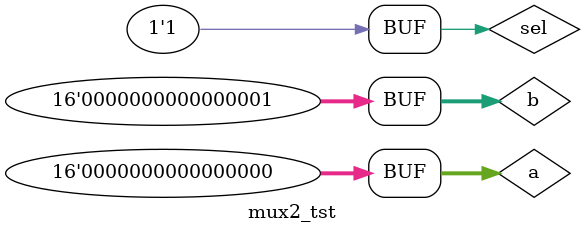
<source format=v>
`timescale 1ns / 1ps


module mux2_tst;

	// Inputs
	reg [15:0] a;
	reg [15:0] b;
	reg sel;

	// Outputs
	wire [15:0] o;

	// Instantiate the Unit Under Test (UUT)
	MUX_2 uut (
		.a(a), 
		.b(b), 
		.sel(sel), 
		.o(o)
	);

	initial begin
		a = 0;
		b = 0;
		sel = 0;

		
		#100;
		a = 1;
		b = 0;
		sel = 0;

		
		#100;
		a = 0;
		b = 1;
		sel = 1;

		
		#100;

	end
      
endmodule


</source>
